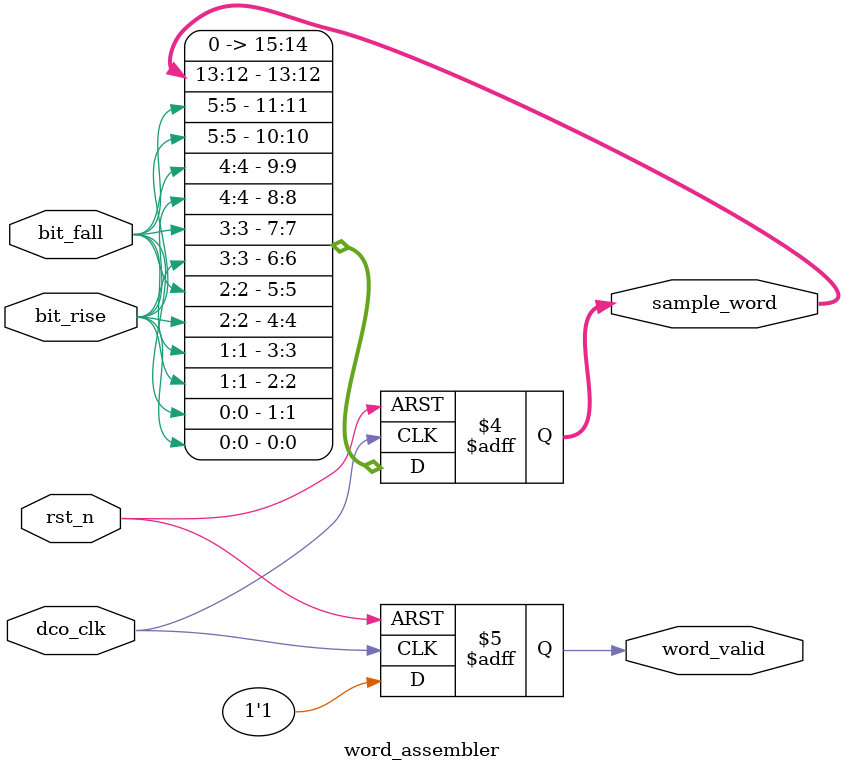
<source format=sv>
`timescale 1ns/1ps

module word_assembler #(
  parameter int LANES = 8
)(
  input  logic               dco_clk,
  input  logic               rst_n,
  input  logic [LANES-1:0]   bit_rise,
  input  logic [LANES-1:0]   bit_fall,
  output logic [2*LANES-1:0] sample_word,
  output logic               word_valid
);

  integer i;

  always_ff @(posedge dco_clk or negedge rst_n) begin
    if (!rst_n) begin
      sample_word       <= '0;
      word_valid <= 1'b0;
    end else begin
      
      for (i = 0; i < LANES-2; i++) begin
        sample_word[2*i]   <= bit_rise[i];
        sample_word[2*i+1] <= bit_fall[i];
      end
      sample_word[15:14] <='0;
      word_valid <= 1'b1;
    end
  end

endmodule

</source>
